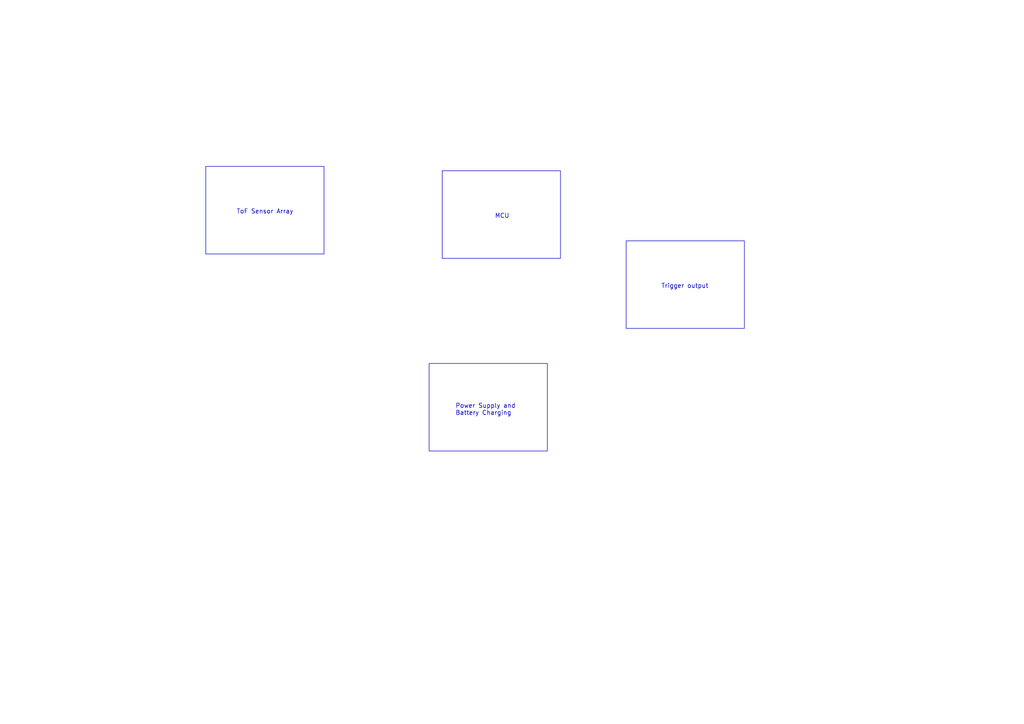
<source format=kicad_sch>
(kicad_sch (version 20230121) (generator eeschema)
  (paper "A4")
  (lib_symbols)
  (rectangle (start 124.46 105.41) (end 158.75 130.81))
  (rectangle (start 181.61 69.85) (end 215.9 95.25))
  (rectangle (start 128.27 49.53) (end 162.56 74.93))
  (rectangle (start 59.69 48.26) (end 93.98 73.66))
  (text "Power Supply and \nBattery Charging" (at 132.08 120.65 0) (effects (font (size 1.27 1.27)) (justify left bottom)))
  (text "ToF Sensor Array" (at 68.58 62.23 0) (effects (font (size 1.27 1.27)) (justify left bottom)))
  (text "Trigger output" (at 191.77 83.82 0) (effects (font (size 1.27 1.27)) (justify left bottom)))
  (text "MCU" (at 143.51 63.5 0) (effects (font (size 1.27 1.27)) (justify left bottom)))
)
</source>
